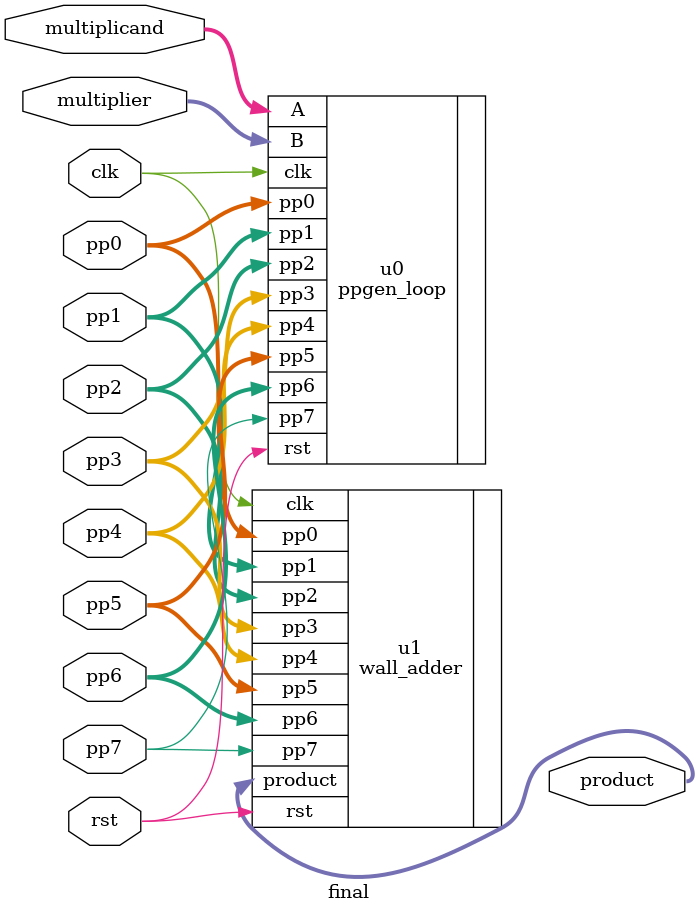
<source format=v>

module final ( 
               input clk,rst,
               input  [7:0] multiplicand, multiplier,
               output [15:0] product,
  inout [14:0] pp0, 
  inout [12:0] pp1,
  inout [10:0] pp2, 
  inout [8:0]  pp3,
  inout [6:0]  pp4,
  inout [4:0]  pp5,
  inout [2:0]  pp6,
  inout        pp7					
             );
      
  
//  wire [14:0] pp0; 
//  wire [12:0] pp1;
//  wire [10:0] pp2; 
//  wire [8:0]  pp3;
//  wire [6:0]  pp4;
//  wire [4:0]  pp5;
//  wire [2:0]  pp6;
//  wire        pp7;
  
  ppgen_loop u0 (  
              .clk         ( clk          ),
              .rst         ( rst          ),       ///  partial product generator ////
              .A           ( multiplicand ), 
              .B           ( multiplier   ),
              .pp0         ( pp0          ) ,
              .pp1         ( pp1          ) ,
              .pp2         ( pp2          ) ,
              .pp3         ( pp3          ) ,
              .pp4         ( pp4          ) ,
              .pp5         ( pp5          ) ,
              .pp6         ( pp6          ) ,
              .pp7         ( pp7          ) 
          
           ); 
   
   wall_adder u1 (  .clk ( clk ),
                    .rst ( rst ),                      /////  compressed adder part //////
                    .pp0 ( pp0 ) ,
                    .pp1 ( pp1 ) ,
                    .pp2 ( pp2 ) ,
                    .pp3 ( pp3 ) ,
                    .pp4 ( pp4 ) ,
                    .pp5 ( pp5 ) ,
                    .pp6 ( pp6 ) ,
                    .pp7 ( pp7 ) ,
                    
                    .product (product)
                 );
endmodule
</source>
